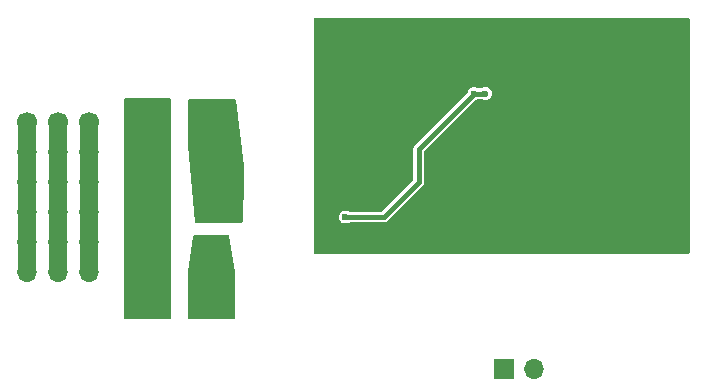
<source format=gbr>
%TF.GenerationSoftware,KiCad,Pcbnew,8.0.0*%
%TF.CreationDate,2024-11-10T13:42:00+01:00*%
%TF.ProjectId,polarizing_coil_driver,706f6c61-7269-47a6-996e-675f636f696c,rev?*%
%TF.SameCoordinates,Original*%
%TF.FileFunction,Copper,L2,Bot*%
%TF.FilePolarity,Positive*%
%FSLAX46Y46*%
G04 Gerber Fmt 4.6, Leading zero omitted, Abs format (unit mm)*
G04 Created by KiCad (PCBNEW 8.0.0) date 2024-11-10 13:42:00*
%MOMM*%
%LPD*%
G01*
G04 APERTURE LIST*
%TA.AperFunction,ComponentPad*%
%ADD10C,1.700000*%
%TD*%
%TA.AperFunction,ComponentPad*%
%ADD11O,1.700000X1.700000*%
%TD*%
%TA.AperFunction,ComponentPad*%
%ADD12R,1.700000X1.700000*%
%TD*%
%TA.AperFunction,ViaPad*%
%ADD13C,0.600000*%
%TD*%
%TA.AperFunction,Conductor*%
%ADD14C,1.500000*%
%TD*%
%TA.AperFunction,Conductor*%
%ADD15C,0.400000*%
%TD*%
G04 APERTURE END LIST*
D10*
%TO.P,J4,1,Pin_1*%
%TO.N,Net-(J4-Pin_1)*%
X105400000Y-111813245D03*
D11*
%TO.P,J4,2,Pin_2*%
X105400000Y-114353245D03*
%TO.P,J4,3,Pin_3*%
X105400000Y-116893245D03*
%TO.P,J4,4,Pin_4*%
X105400000Y-119433245D03*
%TO.P,J4,5,Pin_5*%
X105400000Y-121973245D03*
%TO.P,J4,6,Pin_6*%
X105400000Y-124513245D03*
%TD*%
D10*
%TO.P,J3,1,Pin_1*%
%TO.N,Net-(J3-Pin_1)*%
X108000000Y-111813245D03*
D11*
%TO.P,J3,2,Pin_2*%
X108000000Y-114353245D03*
%TO.P,J3,3,Pin_3*%
X108000000Y-116893245D03*
%TO.P,J3,4,Pin_4*%
X108000000Y-119433245D03*
%TO.P,J3,5,Pin_5*%
X108000000Y-121973245D03*
%TO.P,J3,6,Pin_6*%
X108000000Y-124513245D03*
%TD*%
D12*
%TO.P,J1,1,Pin_1*%
%TO.N,Net-(J1-Pin_1)*%
X145760000Y-132700000D03*
D11*
%TO.P,J1,2,Pin_2*%
%TO.N,Net-(J1-Pin_2)*%
X148300000Y-132700000D03*
%TD*%
D10*
%TO.P,J2,1,Pin_1*%
%TO.N,BATTERY+*%
X110600000Y-111813245D03*
D11*
%TO.P,J2,2,Pin_2*%
X110600000Y-114353245D03*
%TO.P,J2,3,Pin_3*%
X110600000Y-116893245D03*
%TO.P,J2,4,Pin_4*%
X110600000Y-119433245D03*
%TO.P,J2,5,Pin_5*%
X110600000Y-121973245D03*
%TO.P,J2,6,Pin_6*%
X110600000Y-124513245D03*
%TD*%
D13*
%TO.N,BATTERY+*%
X116300000Y-118000000D03*
X114800000Y-115000000D03*
X116300000Y-121000000D03*
X116300000Y-125500000D03*
X116300000Y-116500000D03*
X116300000Y-119500000D03*
X114800000Y-112700000D03*
X114800000Y-121000000D03*
X114800000Y-116500000D03*
X114800000Y-119500000D03*
X114800000Y-127000000D03*
X116300000Y-127000000D03*
X116300000Y-111200000D03*
X114800000Y-111200000D03*
X114800000Y-122500000D03*
X114800000Y-118000000D03*
X116300000Y-115000000D03*
X116300000Y-122500000D03*
X116300000Y-112700000D03*
X114800000Y-125500000D03*
%TO.N,BATTERY-*%
X120200000Y-125500000D03*
X121700000Y-127000000D03*
X120400000Y-123300000D03*
X121700000Y-125500000D03*
X120200000Y-127000000D03*
X121700000Y-123300000D03*
%TO.N,+9V*%
X144800000Y-120000000D03*
X151781250Y-110656250D03*
X138900000Y-108150000D03*
X144800000Y-121100000D03*
X147200000Y-121100000D03*
X138900000Y-109250000D03*
X146000000Y-121100000D03*
X146000000Y-120000000D03*
X139950000Y-108150000D03*
X147200000Y-120000000D03*
X130450000Y-119150000D03*
X130450000Y-118450000D03*
X152481250Y-110656250D03*
X139950000Y-109250000D03*
X130450000Y-119850000D03*
%TO.N,V_DISABLE*%
X143250000Y-109400000D03*
X132350000Y-119850000D03*
X144200000Y-109400000D03*
%TO.N,Net-(J3-Pin_1)*%
X121000000Y-118500000D03*
X120200000Y-111113245D03*
X120500000Y-114713245D03*
X121800000Y-111113245D03*
X122500000Y-118500000D03*
X121000000Y-117000000D03*
X121800000Y-112613245D03*
X120200000Y-112613245D03*
X122500000Y-117000000D03*
X122000000Y-114713245D03*
%TD*%
D14*
%TO.N,BATTERY+*%
X110600000Y-114353245D02*
X110600000Y-111813245D01*
X110600000Y-116893245D02*
X110600000Y-114353245D01*
X110600000Y-124513245D02*
X110600000Y-121973245D01*
X110600000Y-119433245D02*
X110600000Y-116893245D01*
X110600000Y-121973245D02*
X110600000Y-119433245D01*
D15*
%TO.N,V_DISABLE*%
X135600000Y-119850000D02*
X132350000Y-119850000D01*
X143250000Y-109400000D02*
X138550000Y-114100000D01*
X138550000Y-114100000D02*
X138550000Y-116900000D01*
X143250000Y-109400000D02*
X144200000Y-109400000D01*
X138550000Y-116900000D02*
X135600000Y-119850000D01*
D14*
%TO.N,Net-(J3-Pin_1)*%
X108000000Y-116893245D02*
X108000000Y-114353245D01*
X108000000Y-119433245D02*
X108000000Y-116893245D01*
X108000000Y-124513245D02*
X108000000Y-121973245D01*
X108000000Y-121973245D02*
X108000000Y-119433245D01*
X108000000Y-114353245D02*
X108000000Y-111813245D01*
%TO.N,Net-(J4-Pin_1)*%
X105400000Y-119433245D02*
X105400000Y-116893245D01*
X105400000Y-121973245D02*
X105400000Y-119433245D01*
X105400000Y-114353245D02*
X105400000Y-111813245D01*
X105400000Y-116893245D02*
X105400000Y-114353245D01*
X105400000Y-124513245D02*
X105400000Y-121973245D01*
%TD*%
%TA.AperFunction,Conductor*%
%TO.N,BATTERY-*%
G36*
X122461169Y-121369685D02*
G01*
X122506924Y-121422489D01*
X122516597Y-121454561D01*
X122998467Y-124490342D01*
X123000000Y-124509781D01*
X123000000Y-128376000D01*
X122980315Y-128443039D01*
X122927511Y-128488794D01*
X122876000Y-128500000D01*
X119124000Y-128500000D01*
X119056961Y-128480315D01*
X119011206Y-128427511D01*
X119000000Y-128376000D01*
X119000000Y-124509781D01*
X119001533Y-124490342D01*
X119483403Y-121454561D01*
X119513354Y-121391436D01*
X119572678Y-121354525D01*
X119605870Y-121350000D01*
X122394130Y-121350000D01*
X122461169Y-121369685D01*
G37*
%TD.AperFunction*%
%TD*%
%TA.AperFunction,Conductor*%
%TO.N,BATTERY+*%
G36*
X117543039Y-109832930D02*
G01*
X117588794Y-109885734D01*
X117600000Y-109937245D01*
X117600000Y-128389245D01*
X117580315Y-128456284D01*
X117527511Y-128502039D01*
X117476000Y-128513245D01*
X113724000Y-128513245D01*
X113656961Y-128493560D01*
X113611206Y-128440756D01*
X113600000Y-128389245D01*
X113600000Y-109937245D01*
X113619685Y-109870206D01*
X113672489Y-109824451D01*
X113724000Y-109813245D01*
X117476000Y-109813245D01*
X117543039Y-109832930D01*
G37*
%TD.AperFunction*%
%TD*%
%TA.AperFunction,Conductor*%
%TO.N,Net-(J3-Pin_1)*%
G36*
X123008411Y-109882930D02*
G01*
X123054166Y-109935734D01*
X123064294Y-109970928D01*
X123798922Y-115505124D01*
X123800000Y-115521441D01*
X123800000Y-116510829D01*
X123799906Y-116515657D01*
X123654643Y-120244073D01*
X123632363Y-120310295D01*
X123577818Y-120353959D01*
X123530737Y-120363245D01*
X119713160Y-120363245D01*
X119646121Y-120343560D01*
X119600366Y-120290756D01*
X119589677Y-120250556D01*
X119000517Y-113818888D01*
X119000000Y-113807577D01*
X119000000Y-109987245D01*
X119019685Y-109920206D01*
X119072489Y-109874451D01*
X119124000Y-109863245D01*
X122941372Y-109863245D01*
X123008411Y-109882930D01*
G37*
%TD.AperFunction*%
%TD*%
%TA.AperFunction,Conductor*%
%TO.N,+9V*%
G36*
X161443039Y-103019685D02*
G01*
X161488794Y-103072489D01*
X161500000Y-103124000D01*
X161500000Y-122876000D01*
X161480315Y-122943039D01*
X161427511Y-122988794D01*
X161376000Y-123000000D01*
X129774000Y-123000000D01*
X129706961Y-122980315D01*
X129661206Y-122927511D01*
X129650000Y-122876000D01*
X129650000Y-119850000D01*
X131794750Y-119850000D01*
X131813670Y-119993708D01*
X131813671Y-119993712D01*
X131869137Y-120127622D01*
X131869138Y-120127624D01*
X131869139Y-120127625D01*
X131957379Y-120242621D01*
X132072375Y-120330861D01*
X132206291Y-120386330D01*
X132333280Y-120403048D01*
X132349999Y-120405250D01*
X132350000Y-120405250D01*
X132350001Y-120405250D01*
X132364977Y-120403278D01*
X132493709Y-120386330D01*
X132627625Y-120330861D01*
X132627629Y-120330858D01*
X132633801Y-120326123D01*
X132698970Y-120300930D01*
X132709285Y-120300500D01*
X135659308Y-120300500D01*
X135659309Y-120300500D01*
X135749673Y-120276286D01*
X135773887Y-120269799D01*
X135876614Y-120210489D01*
X138910489Y-117176614D01*
X138969799Y-117073887D01*
X138976285Y-117049675D01*
X138976286Y-117049675D01*
X138976286Y-117049671D01*
X139000500Y-116959309D01*
X139000500Y-114337965D01*
X139020185Y-114270926D01*
X139036819Y-114250284D01*
X139463720Y-113823383D01*
X143314501Y-109972601D01*
X143375822Y-109939118D01*
X143386001Y-109937344D01*
X143393709Y-109936330D01*
X143527625Y-109880861D01*
X143527629Y-109880858D01*
X143533801Y-109876123D01*
X143598970Y-109850930D01*
X143609285Y-109850500D01*
X143840715Y-109850500D01*
X143907754Y-109870185D01*
X143916199Y-109876123D01*
X143922370Y-109880858D01*
X143922373Y-109880859D01*
X143922375Y-109880861D01*
X144056291Y-109936330D01*
X144183280Y-109953048D01*
X144199999Y-109955250D01*
X144200000Y-109955250D01*
X144200001Y-109955250D01*
X144214977Y-109953278D01*
X144343709Y-109936330D01*
X144477625Y-109880861D01*
X144592621Y-109792621D01*
X144680861Y-109677625D01*
X144736330Y-109543709D01*
X144755250Y-109400000D01*
X144736330Y-109256291D01*
X144680861Y-109122375D01*
X144592621Y-109007379D01*
X144477625Y-108919139D01*
X144477624Y-108919138D01*
X144477622Y-108919137D01*
X144343712Y-108863671D01*
X144343710Y-108863670D01*
X144343709Y-108863670D01*
X144271854Y-108854210D01*
X144200001Y-108844750D01*
X144199999Y-108844750D01*
X144056291Y-108863670D01*
X144056287Y-108863671D01*
X143922376Y-108919138D01*
X143922370Y-108919141D01*
X143916199Y-108923877D01*
X143851030Y-108949070D01*
X143840715Y-108949500D01*
X143609285Y-108949500D01*
X143542246Y-108929815D01*
X143533801Y-108923877D01*
X143527629Y-108919141D01*
X143527623Y-108919138D01*
X143393712Y-108863671D01*
X143393710Y-108863670D01*
X143393709Y-108863670D01*
X143321854Y-108854210D01*
X143250001Y-108844750D01*
X143249999Y-108844750D01*
X143106291Y-108863670D01*
X143106287Y-108863671D01*
X142972377Y-108919137D01*
X142857379Y-109007379D01*
X142769137Y-109122377D01*
X142713669Y-109256291D01*
X142713669Y-109256292D01*
X142712653Y-109264009D01*
X142684383Y-109327904D01*
X142677396Y-109335498D01*
X138189513Y-113823383D01*
X138189509Y-113823389D01*
X138130201Y-113926112D01*
X138130200Y-113926117D01*
X138099500Y-114040691D01*
X138099500Y-116662035D01*
X138079815Y-116729074D01*
X138063181Y-116749716D01*
X135449716Y-119363181D01*
X135388393Y-119396666D01*
X135362035Y-119399500D01*
X132709285Y-119399500D01*
X132642246Y-119379815D01*
X132633801Y-119373877D01*
X132627629Y-119369141D01*
X132627623Y-119369138D01*
X132493712Y-119313671D01*
X132493710Y-119313670D01*
X132493709Y-119313670D01*
X132421854Y-119304210D01*
X132350001Y-119294750D01*
X132349999Y-119294750D01*
X132206291Y-119313670D01*
X132206287Y-119313671D01*
X132072377Y-119369137D01*
X131957379Y-119457379D01*
X131869137Y-119572377D01*
X131813671Y-119706287D01*
X131813670Y-119706291D01*
X131794750Y-119849999D01*
X131794750Y-119850000D01*
X129650000Y-119850000D01*
X129650000Y-103124000D01*
X129669685Y-103056961D01*
X129722489Y-103011206D01*
X129774000Y-103000000D01*
X161376000Y-103000000D01*
X161443039Y-103019685D01*
G37*
%TD.AperFunction*%
%TD*%
M02*

</source>
